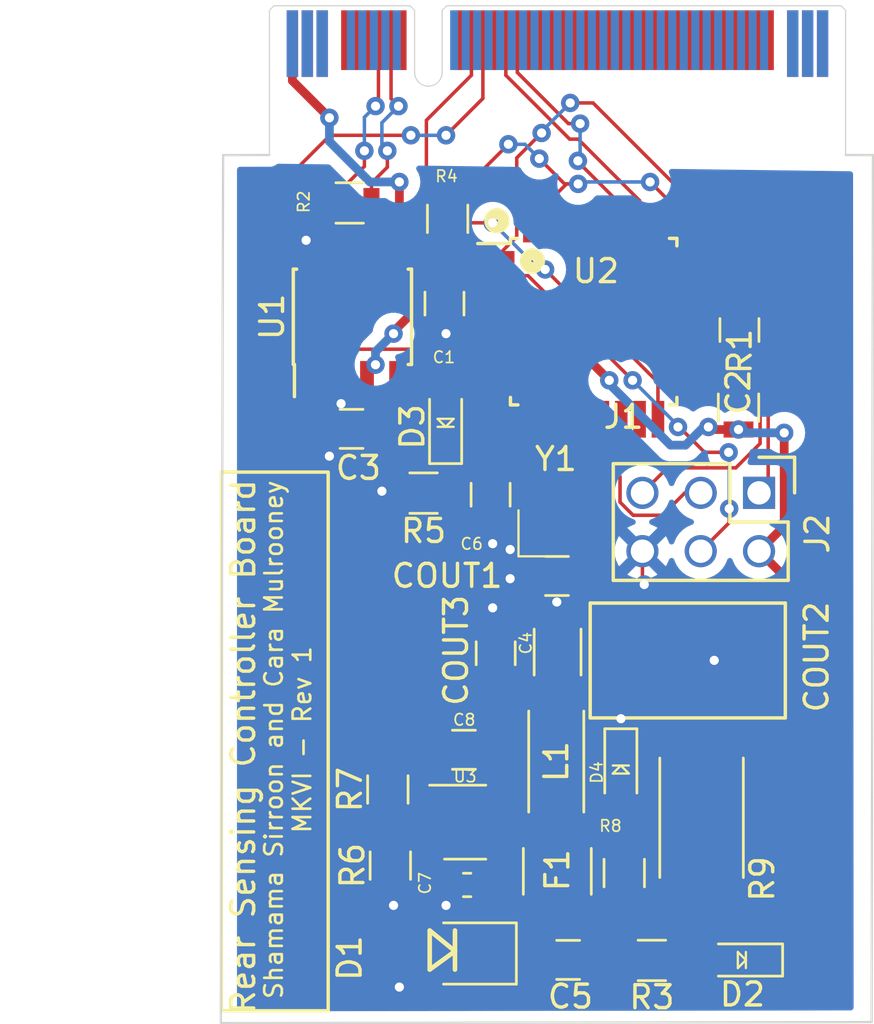
<source format=kicad_pcb>
(kicad_pcb (version 20211014) (generator pcbnew)
  (layers (0 "F.Cu" signal) (31 "B.Cu" signal) (34 "B.Paste" user) (35 "F.Paste" user) (36 "B.SilkS" user "B.Silkscreen") (37 "F.SilkS" user "F.Silkscreen") (38 "B.Mask" user) (39 "F.Mask" user) (44 "Edge.Cuts" user))
  (net 0 "")
  (net 1 "+5V")
  (net 2 "GND")
  (net 3 "Net-(COUT1-Pad1)")
  (net 4 "Net-(D2-Pad2)")
  (net 5 "Net-(D4-Pad2)")
  (net 6 "+BATT")
  (net 7 "/MISO")
  (net 8 "/SCK")
  (net 9 "/MOSI")
  (net 10 "/RESET")
  (net 11 "/CAN_+")
  (net 12 "/CAN_-")
  (net 13 "Net-(U2-Pad8)")
  (net 14 "/CAN_TX")
  (net 15 "/CAN_RX")
  (net 16 "Net-(R5-Pad1)")
  (net 17 "/ws2_Vout")
  (net 18 "/ws1_Vout")
  (net 19 "/lp1_Vout")
  (net 20 "/lp2_Vout")
  (net 25 "Net-(C2-Pad1)")
  (net 26 "Net-(C4-Pad1)")
  (net 27 "Net-(C5-Pad1)")
  (net 28 "Net-(C6-Pad1)")
  (net 29 "Net-(C8-Pad1)")
  (net 30 "Net-(C8-Pad2)")
  (net 92 "Net-(R6-Pad1)")
  (footprint "footprints:R_0805_OEM" (layer "F.Cu") (at 49.826 33.196 90)
    (fp_text reference "R1")
    (fp_text value "R_100" hide)
  )
  (footprint "footprints:R_0805_OEM" (layer "F.Cu") (at 36.106 36.914 180)
    (fp_text reference "R5")
    (fp_text value "R_100" hide)
  )
  (footprint "footprints:Crystal_SMD_FA238" (layer "F.Cu") (at 41.841 37.666 90)
    (fp_text reference "Y1")
    (fp_text value "Crystal_SMD" hide)
  )
  (footprint "footprints:Fuse_1812" (layer "F.Cu") (at 44.865011 44.201994)
    (fp_text reference "COUT2")
    (fp_text value "C_33uF" hide)
  )
  (footprint "footprints:C_1206_OEM" (layer "F.Cu") (at 41.944 43.836 90)
    (fp_text reference "COUT1")
    (fp_text value "C_22uF" hide)
  )
  (footprint "footprints:R_0805_OEM" (layer "F.Cu") (at 37.154 24.972 90)
    (fp_text reference "R4")
    (fp_text value "R_10K" hide)
  )
  (footprint "footprints:C_0805_OEM" (layer "F.Cu") (at 39.026 36.984 -90)
    (fp_text reference "C6")
    (fp_text value "C_30pF" hide)
  )
  (footprint "footprints:R_0805_OEM" (layer "F.Cu") (at 34.55 49.818 -90)
    (fp_text reference "R7")
    (fp_text value "R_100K" hide)
  )
  (footprint "footprints:C_0805_OEM" (layer "F.Cu") (at 39.248 43.886 90)
    (fp_text reference "COUT3")
    (fp_text value "C_47uF" hide)
  )
  (footprint "footprints:SOIC-8_3.9x4.9mm_Pitch1.27mm_OEM" (layer "F.Cu") (at 33.006 29.239 90)
    (fp_text reference "U1")
    (fp_text value "MCP2561-E_SN" hide)
  )
  (footprint "footprints:R_0805_OEM" (layer "F.Cu") (at 46.052 57.26)
    (fp_text reference "R3")
    (fp_text value "R_1K" hide)
  )
  (footprint "footprints:R_0805_OEM" (layer "F.Cu") (at 44.848 53.456 90)
    (fp_text reference "R8")
    (fp_text value "R_200" hide)
  )
  (footprint "footprints:Pin_Header_Straight_2x03" (layer "F.Cu") (at 50.72 36.903 -90)
    (fp_text reference "J2")
    (fp_text value "CONN_02X03" hide)
  )
  (footprint "footprints:LED_0805_OEM" (layer "F.Cu") (at 44.699 48.974 -90)
    (fp_text reference "D4")
    (fp_text value "LED_0805" hide)
  )
  (footprint "footprints:Fuse_1210" (layer "F.Cu") (at 41.932 53.382 90)
    (fp_text reference "F1")
    (fp_text value "F_500mA_16V" hide)
  )
  (footprint "footprints:C_0805_OEM" (layer "F.Cu") (at 32.966 34.118 180)
    (fp_text reference "C3")
    (fp_text value "C_0.1uF" hide)
  )
  (footprint "footprints:R_0805_OEM" (layer "F.Cu") (at 32.886 24.282)
    (fp_text reference "R2")
    (fp_text value "R_120_DNP" hide)
  )
  (footprint "footprints:LED_0805_OEM" (layer "F.Cu") (at 37.066 33.829 90)
    (fp_text reference "D3")
    (fp_text value "LED_0805" hide)
  )
  (footprint "footprints:LED_0805_OEM" (layer "F.Cu") (at 49.947 57.242 180)
    (fp_text reference "D2")
    (fp_text value "LED_0805" hide)
  )
  (footprint "footprints:C_0805_OEM" (layer "F.Cu") (at 37.864 48.088)
    (fp_text reference "C8")
    (fp_text value "C_0.1uF" hide)
  )
  (footprint "footprints:C_0805_OEM" (layer "F.Cu") (at 49.866 29.814 90)
    (fp_text reference "C2")
    (fp_text value "C_100pF" hide)
  )
  (footprint "footprints:L_100uH_OEM" (layer "F.Cu") (at 41.886 48.602 90)
    (fp_text reference "L1")
    (fp_text value "L_100uH" hide)
  )
  (footprint "footprints:SOT-23-6_OEM" (layer "F.Cu") (at 37.917 51.24)
    (fp_text reference "U3")
    (fp_text value "TPS560430YF" hide)
  )
  (footprint "footprints:DO-214AA" (layer "F.Cu") (at 36.9735 56.958 180)
    (fp_text reference "D1")
    (fp_text value "D_Zener_18V" hide)
  )
  (footprint "footprints:TQFP-32_7x7mm_Pitch0.8mm" (layer "F.Cu") (at 43.516 29.449)
    (fp_text reference "U2")
    (fp_text value "ATMEGA16M1" hide)
  )
  (footprint "footprints:C_0603_1608Metric" (layer "F.Cu") (at 38.003 53.974 180)
    (fp_text reference "C7")
    (fp_text value "C_2.2uF")
  )
  (footprint "footprints:R_2512_OEM" (layer "F.Cu") (at 48.216 51.048 90)
    (fp_text reference "R9")
    (fp_text value "R_0_2512" hide)
  )
  (footprint "footprints:C_0805_OEM" (layer "F.Cu") (at 41.916 40.522 180)
    (fp_text reference "C4")
    (fp_text value "C_30pF" hide)
  )
  (footprint "footprints:C_0805_OEM" (layer "F.Cu") (at 37.016 28.664 -90)
    (fp_text reference "C1")
    (fp_text value "C_0.1uF" hide)
  )
  (footprint "footprints:C_0805_OEM" (layer "F.Cu") (at 42.404 57.236)
    (fp_text reference "C5")
    (fp_text value "C_0.1uF" hide)
  )
  (footprint "footprints:Automotive_M.2_Edge_Connector" (layer "F.Cu") (at 41.94 15.696)
    (fp_text reference "J1")
    (fp_text value "Automotive_M.2_Edge_Connector" hide)
    (fp_line (start -5.025 2.9) (end -5.025 0.2) (layer "Edge.Cuts") (width 0.05))
    (fp_line (start -12.55 0.2) (end -12.55 6.5) (layer "Edge.Cuts") (width 0.05))
    (fp_line (start -4.825 0) (end 12.35 0) (layer "Edge.Cuts") (width 0.05))
    (fp_line (start 12.55 0.2) (end 12.55 6.5) (layer "Edge.Cuts") (width 0.05))
    (fp_line (start -5.025 0.2) (end -4.825 0) (layer "Edge.Cuts") (width 0.05))
    (fp_line (start -6.225 2.9) (end -6.225 0.2) (layer "Edge.Cuts") (width 0.05))
    (fp_line (start -12.55 0.2) (end -12.35 0) (layer "Edge.Cuts") (width 0.05))
    (fp_line (start 12.55 0.2) (end 12.35 0) (layer "Edge.Cuts") (width 0.05))
    (fp_line (start -12.35 0) (end -6.425 0) (layer "Edge.Cuts") (width 0.05))
    (fp_line (start -6.225 0.2) (end -6.425 0) (layer "Edge.Cuts") (width 0.05))
    (fp_arc (start -5.025 2.9) (mid -5.625 3.5) (end -6.225 2.9) (layer "Edge.Cuts") (width 0.05))
  )
  (footprint "footprints:R_0805_OEM" (layer "F.Cu") (at 34.658 53.13 -90)
    (fp_text reference "R6")
    (fp_text value "R_25K" hide)
  )
  (gr_rect (start 31.95 59.45) (end 27.3 36) (layer "F.SilkS") (width 0.15) (fill none))
  (gr_line (start 29.39 22.196) (end 27.374 22.2) (layer "Edge.Cuts") (width 0.1))
  (gr_line (start 55.626 59.944) (end 55.682 22.2) (layer "Edge.Cuts") (width 0.1))
  (gr_line (start 27.374 22.2) (end 27.274 59.986) (layer "Edge.Cuts") (width 0.1))
  (gr_line (start 27.274 59.986) (end 55.626 59.944) (layer "Edge.Cuts") (width 0.1))
  (gr_line (start 55.682 22.2) (end 54.49 22.196) (layer "Edge.Cuts") (width 0.1))
  (gr_text "Shamama Sirroon and Cara Mulrooney\nMKVI - Rev 1" (at 30.200015 47.650016 90) (layer "F.SilkS") (effects (font (size 0.769231 0.769231) (thickness 0.115385))))
  (gr_text "Rear Sensing Controller Board\n" (at 28.25 47.95 90) (layer "F.SilkS") (effects (font (size 1 1))))
  (segment (start 34.798 29.972) (end 34.798 29.882) (width 0.381) (layer "F.Cu") (net 1))
  (segment (start 38.210978 29.049) (end 39.266 29.049) (width 0.381) (layer "F.Cu") (net 1))
  (segment (start 48.216 54.148) (end 52.098011 50.265989) (width 0.381) (layer "F.Cu") (net 1))
  (segment (start 49.826 34.146) (end 50.126 34.146) (width 0.381) (layer "F.Cu") (net 1))
  (segment (start 48.624 34.146) (end 49.826 34.146) (width 0.381) (layer "F.Cu") (net 1))
  (segment (start 44.196 32.004) (end 41.241 29.049) (width 0.381) (layer "F.Cu") (net 1))
  (segment (start 37.016 27.664) (end 37.016 26.06) (width 0.381) (layer "F.Cu") (net 1))
  (segment (start 34.798 29.882) (end 37.016 27.664) (width 0.381) (layer "F.Cu") (net 1))
  (segment (start 37.016 26.06) (end 37.154 25.922) (width 0.381) (layer "F.Cu") (net 1))
  (segment (start 37.016 27.854022) (end 38.210978 29.049) (width 0.381) (layer "F.Cu") (net 1))
  (segment (start 48.514 34.036) (end 48.624 34.146) (width 0.381) (layer "F.Cu") (net 1))
  (segment (start 50.72 39.443) (end 51.816 38.347) (width 0.381) (layer "F.Cu") (net 1))
  (segment (start 36.123 25.922) (end 35.052 24.851) (width 0.381) (layer "F.Cu") (net 1))
  (segment (start 33.641 31.695198) (end 34.011498 31.3247) (width 0.381) (layer "F.Cu") (net 1))
  (segment (start 33.641 31.939) (end 33.641 33.793) (width 0.381) (layer "F.Cu") (net 1))
  (segment (start 37.154 25.922) (end 36.123 25.922) (width 0.381) (layer "F.Cu") (net 1))
  (segment (start 51.816 38.347) (end 51.816 34.29) (width 0.381) (layer "F.Cu") (net 1))
  (segment (start 52.098011 50.265989) (end 52.098011 40.821011) (width 0.381) (layer "F.Cu") (net 1))
  (segment (start 33.641 33.793) (end 33.966 34.118) (width 0.381) (layer "F.Cu") (net 1))
  (segment (start 41.241 29.049) (end 39.266 29.049) (width 0.381) (layer "F.Cu") (net 1))
  (segment (start 35.052 24.851) (end 35.052 23.368) (width 0.381) (layer "F.Cu") (net 1))
  (segment (start 32.004 20.574) (end 30.39 18.96) (width 0.381) (layer "F.Cu") (net 1))
  (segment (start 52.098011 40.821011) (end 50.72 39.443) (width 0.381) (layer "F.Cu") (net 1))
  (segment (start 30.39 18.96) (end 30.39 17.346) (width 0.381) (layer "F.Cu") (net 1))
  (segment (start 33.641 31.939) (end 33.641 31.695198) (width 0.381) (layer "F.Cu") (net 1))
  (via (at 44.196 32.004) (size 0.8) (drill 0.4) (layers "F.Cu" "B.Cu") (net 1))
  (via (at 51.816 34.29) (size 0.8) (drill 0.4) (layers "F.Cu" "B.Cu") (net 1))
  (via (at 48.514 34.036) (size 0.8) (drill 0.4) (layers "F.Cu" "B.Cu") (net 1))
  (via (at 34.011498 31.3247) (size 0.8) (drill 0.4) (layers "F.Cu" "B.Cu") (net 1))
  (via (at 49.826 34.146) (size 0.8) (drill 0.4) (layers "F.Cu" "B.Cu") (net 1))
  (via (at 35.052 23.368) (size 0.8) (drill 0.4) (layers "F.Cu" "B.Cu") (net 1))
  (via (at 34.798 29.972) (size 0.8) (drill 0.4) (layers "F.Cu" "B.Cu") (net 1))
  (via (at 32.004 20.574) (size 0.8) (drill 0.4) (layers "F.Cu" "B.Cu") (net 1))
  (segment (start 32.004 21.604945) (end 32.004 20.574) (width 0.381) (layer "B.Cu") (net 1))
  (segment (start 49.97 34.29) (end 49.826 34.146) (width 0.381) (layer "B.Cu") (net 1))
  (segment (start 48.514 34.036) (end 48.307747 34.036) (width 0.381) (layer "B.Cu") (net 1))
  (segment (start 34.798 29.972) (end 34.011498 30.758502) (width 0.381) (layer "B.Cu") (net 1))
  (segment (start 47.517736 34.826011) (end 46.863268 34.826011) (width 0.381) (layer "B.Cu") (net 1))
  (segment (start 35.052 23.368) (end 33.767055 23.368) (width 0.381) (layer "B.Cu") (net 1))
  (segment (start 33.767055 23.368) (end 32.004 21.604945) (width 0.381) (layer "B.Cu") (net 1))
  (segment (start 46.863268 34.826011) (end 44.196 32.158743) (width 0.381) (layer "B.Cu") (net 1))
  (segment (start 51.816 34.29) (end 49.97 34.29) (width 0.381) (layer "B.Cu") (net 1))
  (segment (start 48.307747 34.036) (end 47.517736 34.826011) (width 0.381) (layer "B.Cu") (net 1))
  (segment (start 34.011498 30.758502) (end 34.011498 31.3247) (width 0.381) (layer "B.Cu") (net 1))
  (segment (start 44.196 32.158743) (end 44.196 32.004) (width 0.381) (layer "B.Cu") (net 1))
  (segment (start 39.248 42.042) (end 39.116 41.91) (width 0.1524) (layer "F.Cu") (net 2))
  (segment (start 41.91 41.656) (end 41.944 41.69) (width 0.1524) (layer "F.Cu") (net 2))
  (segment (start 44.699 46.741) (end 44.704 46.736) (width 0.1524) (layer "F.Cu") (net 2))
  (segment (start 34.29 36.83) (end 34.374 36.914) (width 0.1524) (layer "F.Cu") (net 2))
  (segment (start 31.101 26.021) (end 30.988 25.908) (width 0.1524) (layer "F.Cu") (net 2))
  (segment (start 37.016 29.664) (end 37.016 29.904) (width 0.1524) (layer "F.Cu") (net 2))
  (segment (start 39.996 40.522) (end 40.916 40.522) (width 0.1524) (layer "F.Cu") (net 2))
  (segment (start 37.016 29.904) (end 37.084 29.972) (width 0.1524) (layer "F.Cu") (net 2))
  (segment (start 39.248 42.886) (end 39.248 42.042) (width 0.1524) (layer "F.Cu") (net 2))
  (segment (start 44.699 47.874) (end 44.699 46.741) (width 0.1524) (layer "F.Cu") (net 2))
  (segment (start 34.658 54.724) (end 34.798 54.864) (width 0.1524) (layer "F.Cu") (net 2))
  (segment (start 39.878 39.37) (end 40.482 38.766) (width 0.1524) (layer "F.Cu") (net 2))
  (segment (start 40.482 38.766) (end 41.041 38.766) (width 0.1524) (layer "F.Cu") (net 2))
  (segment (start 34.658 54.08) (end 34.658 54.724) (width 0.1524) (layer "F.Cu") (net 2))
  (segment (start 31.966 35.268) (end 31.966 34.118) (width 0.1524) (layer "F.Cu") (net 2))
  (segment (start 39.878 40.64) (end 39.996 40.522) (width 0.1524) (layer "F.Cu") (net 2))
  (segment (start 34.374 36.914) (end 35.156 36.914) (width 0.1524) (layer "F.Cu") (net 2))
  (segment (start 48.768 44.196) (end 50.139 44.196) (width 0.1524) (layer "F.Cu") (net 2))
  (segment (start 32.004 35.306) (end 31.966 35.268) (width 0.1524) (layer "F.Cu") (net 2))
  (segment (start 39.116 39.116) (end 39.026 39.026) (width 0.1524) (layer "F.Cu") (net 2))
  (segment (start 39.026 39.026) (end 39.026 37.984) (width 0.1524) (layer "F.Cu") (net 2))
  (segment (start 45.64 40.814) (end 45.64 39.443) (width 0.1524) (layer "F.Cu") (net 2))
  (segment (start 31.101 26.539) (end 31.101 26.021) (width 0.1524) (layer "F.Cu") (net 2))
  (segment (start 41.944 41.69) (end 41.944 42.336) (width 0.1524) (layer "F.Cu") (net 2))
  (segment (start 45.72 40.894) (end 45.64 40.814) (width 0.1524) (layer "F.Cu") (net 2))
  (segment (start 37.2155 53.974) (end 37.2155 54.7325) (width 0.1524) (layer "F.Cu") (net 2))
  (segment (start 32.371 32.879) (end 32.371 31.939) (width 0.1524) (layer "F.Cu") (net 2))
  (segment (start 50.139 44.196) (end 50.145 44.202) (width 0.1524) (layer "F.Cu") (net 2))
  (segment (start 37.2155 54.7325) (end 37.084 54.864) (width 0.1524) (layer "F.Cu") (net 2))
  (segment (start 34.9415 56.958) (end 34.9415 58.3095) (width 0.1524) (layer "F.Cu") (net 2))
  (segment (start 34.9415 58.3095) (end 35.052 58.42) (width 0.1524) (layer "F.Cu") (net 2))
  (segment (start 32.512 33.02) (end 32.371 32.879) (width 0.1524) (layer "F.Cu") (net 2))
  (via (at 41.91 41.656) (size 0.8) (drill 0.4) (layers "F.Cu" "B.Cu") (net 2))
  (via (at 45.72 40.894) (size 0.8) (drill 0.4) (layers "F.Cu" "B.Cu") (net 2))
  (via (at 34.29 36.83) (size 0.8) (drill 0.4) (layers "F.Cu" "B.Cu") (net 2))
  (via (at 44.704 46.736) (size 0.8) (drill 0.4) (layers "F.Cu" "B.Cu") (net 2))
  (via (at 39.878 39.37) (size 0.8) (drill 0.4) (layers "F.Cu" "B.Cu") (net 2))
  (via (at 30.988 25.908) (size 0.8) (drill 0.4) (layers "F.Cu" "B.Cu") (net 2))
  (via (at 48.768 44.196) (size 0.8) (drill 0.4) (layers "F.Cu" "B.Cu") (net 2))
  (via (at 35.052 58.42) (size 0.8) (drill 0.4) (layers "F.Cu" "B.Cu") (net 2))
  (via (at 37.084 54.864) (size 0.8) (drill 0.4) (layers "F.Cu" "B.Cu") (net 2))
  (via (at 39.116 39.116) (size 0.8) (drill 0.4) (layers "F.Cu" "B.Cu") (net 2))
  (via (at 32.512 33.02) (size 0.8) (drill 0.4) (layers "F.Cu" "B.Cu") (net 2))
  (via (at 39.878 40.64) (size 0.8) (drill 0.4) (layers "F.Cu" "B.Cu") (net 2))
  (via (at 32.004 35.306) (size 0.8) (drill 0.4) (layers "F.Cu" "B.Cu") (net 2))
  (via (at 34.798 54.864) (size 0.8) (drill 0.4) (layers "F.Cu" "B.Cu") (net 2))
  (via (at 39.116 41.91) (size 0.8) (drill 0.4) (layers "F.Cu" "B.Cu") (net 2))
  (via (at 37.084 29.972) (size 0.8) (drill 0.4) (layers "F.Cu" "B.Cu") (net 2))
  (segment (start 41.944 45.336) (end 41.944 46.944) (width 0.1524) (layer "F.Cu") (net 3))
  (segment (start 41.944 46.944) (end 41.886 47.002) (width 0.1524) (layer "F.Cu") (net 3))
  (segment (start 41.494 44.886) (end 41.944 45.336) (width 0.1524) (layer "F.Cu") (net 3))
  (segment (start 41.944 45.336) (end 43.731 45.336) (width 0.1524) (layer "F.Cu") (net 3))
  (segment (start 39.248 44.886) (end 41.494 44.886) (width 0.1524) (layer "F.Cu") (net 3))
  (segment (start 44.865 44.597) (end 48.216 47.948) (width 0.1524) (layer "F.Cu") (net 3))
  (segment (start 34.55 48.868) (end 38.532 44.886) (width 0.1524) (layer "F.Cu") (net 3))
  (segment (start 43.731 45.336) (end 44.865 44.202) (width 0.1524) (layer "F.Cu") (net 3))
  (segment (start 44.865 44.202) (end 44.865 44.597) (width 0.1524) (layer "F.Cu") (net 3))
  (segment (start 48.216 47.948) (end 48.216 51.038) (width 0.1524) (layer "F.Cu") (net 3))
  (segment (start 48.216 51.038) (end 44.848 54.406) (width 0.1524) (layer "F.Cu") (net 3))
  (segment (start 38.532 44.886) (end 39.248 44.886) (width 0.1524) (layer "F.Cu") (net 3))
  (segment (start 47.02 57.242) (end 47.002 57.26) (width 0.1524) (layer "F.Cu") (net 4))
  (segment (start 48.847 57.242) (end 47.02 57.242) (width 0.1524) (layer "F.Cu") (net 4))
  (segment (start 44.848 50.223) (end 44.699 50.074) (width 0.1524) (layer "F.Cu") (net 5))
  (segment (start 44.848 52.506) (end 44.848 50.223) (width 0.1524) (layer "F.Cu") (net 5))
  (segment (start 50.72 36.903) (end 51.118631 36.504369) (width 0.1524) (layer "F.Cu") (net 7))
  (segment (start 43.488112 19.926511) (end 42.494349 19.926511) (width 0.1524) (layer "F.Cu") (net 7))
  (segment (start 41.247996 21.236004) (end 40.165289 22.318711) (width 0.1524) (layer "F.Cu") (net 7))
  (segment (start 51.118631 27.55703) (end 43.488112 19.926511) (width 0.1524) (layer "F.Cu") (net 7))
  (segment (start 40.165289 25.749711) (end 39.266 26.649) (width 0.1524) (layer "F.Cu") (net 7))
  (segment (start 51.118631 36.504369) (end 51.118631 27.55703) (width 0.1524) (layer "F.Cu") (net 7))
  (segment (start 40.165289 22.318711) (end 40.165289 25.749711) (width 0.1524) (layer "F.Cu") (net 7))
  (via (at 42.494349 19.926511) (size 0.8) (drill 0.4) (layers "F.Cu" "B.Cu") (net 7))
  (via (at 41.247996 21.236004) (size 0.8) (drill 0.4) (layers "F.Cu" "B.Cu") (net 7))
  (segment (start 41.247996 21.172864) (end 42.494349 19.926511) (width 0.1524) (layer "B.Cu") (net 7))
  (segment (start 41.247996 21.236004) (end 41.247996 21.172864) (width 0.1524) (layer "B.Cu") (net 7))
  (segment (start 43.116 34.6514) (end 44.664289 36.199689) (width 0.1524) (layer "F.Cu") (net 8))
  (segment (start 44.664289 37.307154) (end 45.235846 37.878711) (width 0.1524) (layer "F.Cu") (net 8))
  (segment (start 44.664289 36.199689) (end 44.664289 37.307154) (width 0.1524) (layer "F.Cu") (net 8))
  (segment (start 45.235846 37.878711) (end 46.514711 37.878711) (width 0.1524) (layer "F.Cu") (net 8))
  (segment (start 43.116 33.699) (end 43.116 34.6514) (width 0.1524) (layer "F.Cu") (net 8))
  (segment (start 47.490422 36.903) (end 48.18 36.903) (width 0.1524) (layer "F.Cu") (net 8))
  (segment (start 46.514711 37.878711) (end 47.490422 36.903) (width 0.1524) (layer "F.Cu") (net 8))
  (segment (start 47.190502 34.036) (end 47.244 34.036) (width 0.1524) (layer "F.Cu") (net 9))
  (segment (start 49.420498 38.202502) (end 48.18 39.443) (width 0.1524) (layer "F.Cu") (net 9))
  (segment (start 48.3463 35.1383) (end 49.395918 35.1383) (width 0.1524) (layer "F.Cu") (net 9))
  (segment (start 39.266 27.449) (end 40.657 27.449) (width 0.1524) (layer "F.Cu") (net 9))
  (segment (start 40.657 27.449) (end 45.212 32.004) (width 0.1524) (layer "F.Cu") (net 9))
  (segment (start 47.244 34.036) (end 48.3463 35.1383) (width 0.1524) (layer "F.Cu") (net 9))
  (segment (start 49.420498 37.592) (end 49.420498 38.202502) (width 0.1524) (layer "F.Cu") (net 9))
  (via (at 49.395918 35.1383) (size 0.8) (drill 0.4) (layers "F.Cu" "B.Cu") (net 9))
  (via (at 47.190502 34.036) (size 0.8) (drill 0.4) (layers "F.Cu" "B.Cu") (net 9))
  (via (at 45.212 32.004) (size 0.8) (drill 0.4) (layers "F.Cu" "B.Cu") (net 9))
  (via (at 49.420498 37.592) (size 0.8) (drill 0.4) (layers "F.Cu" "B.Cu") (net 9))
  (segment (start 47.190502 33.982502) (end 45.212 32.004) (width 0.1524) (layer "B.Cu") (net 9))
  (segment (start 49.420498 35.16288) (end 49.420498 37.592) (width 0.1524) (layer "B.Cu") (net 9))
  (segment (start 47.190502 34.036) (end 47.190502 33.982502) (width 0.1524) (layer "B.Cu") (net 9))
  (segment (start 49.395918 35.1383) (end 49.420498 35.16288) (width 0.1524) (layer "B.Cu") (net 9))
  (segment (start 41.148 22.352) (end 42.249082 23.453082) (width 0.1524) (layer "F.Cu") (net 10))
  (segment (start 46.729 35.814) (end 45.64 36.903) (width 0.1524) (layer "F.Cu") (net 10))
  (segment (start 42.249082 23.453082) (end 42.840918 23.453082) (width 0.1524) (layer "F.Cu") (net 10))
  (segment (start 37.154 24.022) (end 37.506414 24.022) (width 0.1524) (layer "F.Cu") (net 10))
  (segment (start 41.516 24.27) (end 41.516 25.199) (width 0.1524) (layer "F.Cu") (net 10))
  (segment (start 42.332918 23.453082) (end 41.516 24.27) (width 0.1524) (layer "F.Cu") (net 10))
  (segment (start 49.709422 35.814) (end 46.729 35.814) (width 0.1524) (layer "F.Cu") (net 10))
  (segment (start 50.766711 28.160711) (end 50.766711 34.756711) (width 0.1524) (layer "F.Cu") (net 10))
  (segment (start 37.506414 24.022) (end 39.801613 21.726801) (width 0.1524) (layer "F.Cu") (net 10))
  (segment (start 42.840918 23.453082) (end 42.332918 23.453082) (width 0.1524) (layer "F.Cu") (net 10))
  (segment (start 41.516 25.199) (end 41.516 24.2466) (width 0.1524) (layer "F.Cu") (net 10))
  (segment (start 50.766711 34.756711) (end 49.709422 35.814) (width 0.1524) (layer "F.Cu") (net 10))
  (segment (start 45.974 23.368) (end 50.766711 28.160711) (width 0.1524) (layer "F.Cu") (net 10))
  (via (at 45.974 23.368) (size 0.8) (drill 0.4) (layers "F.Cu" "B.Cu") (net 10))
  (via (at 42.840918 23.453082) (size 0.8) (drill 0.4) (layers "F.Cu" "B.Cu") (net 10))
  (via (at 39.801613 21.726801) (size 0.8) (drill 0.4) (layers "F.Cu" "B.Cu") (net 10))
  (via (at 41.148 22.352) (size 0.8) (drill 0.4) (layers "F.Cu" "B.Cu") (net 10))
  (segment (start 45.974 23.368) (end 42.926 23.368) (width 0.1524) (layer "B.Cu") (net 10))
  (segment (start 42.926 23.368) (end 42.840918 23.453082) (width 0.1524) (layer "B.Cu") (net 10))
  (segment (start 40.522801 21.726801) (end 41.148 22.352) (width 0.1524) (layer "B.Cu") (net 10))
  (segment (start 39.801613 21.726801) (end 40.522801 21.726801) (width 0.1524) (layer "B.Cu") (net 10))
  (segment (start 34.19 17.196) (end 34.140711 17.245289) (width 0.1524) (layer "F.Cu") (net 11))
  (segment (start 31.936 26.104) (end 32.371 26.539) (width 0.1524) (layer "F.Cu") (net 11))
  (segment (start 31.936 24.282) (end 31.936 26.104) (width 0.1524) (layer "F.Cu") (net 11))
  (segment (start 34.140711 17.245289) (end 34.140711 19.939589) (width 0.1524) (layer "F.Cu") (net 11))
  (segment (start 33.528 22.0117) (end 33.528 22.69) (width 0.1524) (layer "F.Cu") (net 11))
  (segment (start 33.528 22.69) (end 31.936 24.282) (width 0.1524) (layer "F.Cu") (net 11))
  (segment (start 34.140711 19.939589) (end 34.0143 20.066) (width 0.1524) (layer "F.Cu") (net 11))
  (via (at 33.528 22.0117) (size 0.8) (drill 0.4) (layers "F.Cu" "B.Cu") (net 11))
  (via (at 34.0143 20.066) (size 0.8) (drill 0.4) (layers "F.Cu" "B.Cu") (net 11))
  (segment (start 33.528 20.5523) (end 34.0143 20.066) (width 0.1524) (layer "B.Cu") (net 11))
  (segment (start 33.528 22.0117) (end 33.528 20.5523) (width 0.1524) (layer "B.Cu") (net 11))
  (segment (start 34.69 19.743719) (end 35.013802 20.067521) (width 0.1524) (layer "F.Cu") (net 12))
  (segment (start 33.836 24.282) (end 33.836 26.344) (width 0.1524) (layer "F.Cu") (net 12))
  (segment (start 34.527503 22.725497) (end 33.836 23.417) (width 0.1524) (layer "F.Cu") (net 12))
  (segment (start 34.527503 22.0117) (end 34.527503 22.725497) (width 0.1524) (layer "F.Cu") (net 12))
  (segment (start 33.836 26.344) (end 33.641 26.539) (width 0.1524) (layer "F.Cu") (net 12))
  (segment (start 33.836 23.417) (end 33.836 24.282) (width 0.1524) (layer "F.Cu") (net 12))
  (segment (start 34.69 17.196) (end 34.69 19.743719) (width 0.1524) (layer "F.Cu") (net 12))
  (via (at 34.527503 22.0117) (size 0.8) (drill 0.4) (layers "F.Cu" "B.Cu") (net 12))
  (via (at 35.013802 20.067521) (size 0.8) (drill 0.4) (layers "F.Cu" "B.Cu") (net 12))
  (segment (start 34.29 20.791323) (end 35.013802 20.067521) (width 0.1524) (layer "B.Cu") (net 12))
  (segment (start 34.29 21.798613) (end 34.29 20.791323) (width 0.1524) (layer "B.Cu") (net 12))
  (segment (start 34.527503 22.0117) (end 34.503087 22.0117) (width 0.1524) (layer "B.Cu") (net 12))
  (segment (start 34.503087 22.0117) (end 34.29 21.798613) (width 0.1524) (layer "B.Cu") (net 12))
  (segment (start 38.786 32.729) (end 39.266 32.249) (width 0.1524) (layer "F.Cu") (net 13))
  (segment (start 37.066 32.729) (end 38.786 32.729) (width 0.1524) (layer "F.Cu") (net 13))
  (segment (start 31.101 31.939) (end 31.101 31.464) (width 0.1524) (layer "F.Cu") (net 14))
  (segment (start 31.916 30.649) (end 39.266 30.649) (width 0.1524) (layer "F.Cu") (net 14))
  (segment (start 31.101 31.464) (end 31.916 30.649) (width 0.1524) (layer "F.Cu") (net 14))
  (segment (start 35.401 31.449) (end 39.266 31.449) (width 0.1524) (layer "F.Cu") (net 15))
  (segment (start 34.911 31.939) (end 35.401 31.449) (width 0.1524) (layer "F.Cu") (net 15))
  (segment (start 37.066 36.904) (end 37.056 36.914) (width 0.1524) (layer "F.Cu") (net 16))
  (segment (start 37.066 34.929) (end 37.066 36.904) (width 0.1524) (layer "F.Cu") (net 16))
  (segment (start 37.941711 35.391867) (end 39.634578 33.699) (width 0.1524) (layer "F.Cu") (net 17))
  (segment (start 33.521711 37.839711) (end 37.598289 37.839711) (width 0.1524) (layer "F.Cu") (net 17))
  (segment (start 39.634578 33.699) (end 40.716 33.699) (width 0.1524) (layer "F.Cu") (net 17))
  (segment (start 37.941711 37.496289) (end 37.941711 35.391867) (width 0.1524) (layer "F.Cu") (net 17))
  (segment (start 30.312289 34.630289) (end 33.521711 37.839711) (width 0.1524) (layer "F.Cu") (net 17))
  (segment (start 35.552589 21.336) (end 32.032289 21.336) (width 0.1524) (layer "F.Cu") (net 17))
  (segment (start 38.69 17.196) (end 38.69 19.73) (width 0.1524) (layer "F.Cu") (net 17))
  (segment (start 37.598289 37.839711) (end 37.941711 37.496289) (width 0.1524) (layer "F.Cu") (net 17))
  (segment (start 30.312289 23.056) (end 30.312289 34.630289) (width 0.1524) (layer "F.Cu") (net 17))
  (segment (start 32.032289 21.336) (end 30.312289 23.056) (width 0.1524) (layer "F.Cu") (net 17))
  (segment (start 38.69 19.73) (end 37.084 21.336) (width 0.1524) (layer "F.Cu") (net 17))
  (via (at 35.552589 21.336) (size 0.8) (drill 0.4) (layers "F.Cu" "B.Cu") (net 17))
  (via (at 37.084 21.336) (size 0.8) (drill 0.4) (layers "F.Cu" "B.Cu") (net 17))
  (segment (start 37.084 21.336) (end 35.552589 21.336) (width 0.1524) (layer "B.Cu") (net 17))
  (segment (start 36.228289 24.647711) (end 36.228289 20.684133) (width 0.1524) (layer "F.Cu") (net 18))
  (segment (start 38.19 18.722422) (end 38.19 17.196) (width 0.1524) (layer "F.Cu") (net 18))
  (segment (start 36.228289 20.684133) (end 38.19 18.722422) (width 0.1524) (layer "F.Cu") (net 18))
  (segment (start 39.116 25.146) (end 36.726578 25.146) (width 0.1524) (layer "F.Cu") (net 18))
  (segment (start 36.726578 25.146) (end 36.228289 24.647711) (width 0.1524) (layer "F.Cu") (net 18))
  (segment (start 41.402 27.178) (end 46.316 32.092) (width 0.1524) (layer "F.Cu") (net 18))
  (segment (start 46.316 32.092) (end 46.316 33.699) (width 0.1524) (layer "F.Cu") (net 18))
  (via (at 41.402 27.178) (size 0.8) (drill 0.4) (layers "F.Cu" "B.Cu") (net 18))
  (via (at 39.116 25.146) (size 0.8) (drill 0.4) (layers "F.Cu" "B.Cu") (net 18))
  (segment (start 39.116 25.146) (end 41.148 27.178) (width 0.1524) (layer "B.Cu") (net 18))
  (segment (start 41.148 27.178) (end 41.402 27.178) (width 0.1524) (layer "B.Cu") (net 18))
  (segment (start 42.471289 21.503711) (end 39.69 18.722422) (width 0.1524) (layer "F.Cu") (net 19))
  (segment (start 45.516 24.18) (end 42.839711 21.503711) (width 0.1524) (layer "F.Cu") (net 19))
  (segment (start 39.69 18.722422) (end 39.69 17.196) (width 0.1524) (layer "F.Cu") (net 19))
  (segment (start 42.839711 21.503711) (end 42.471289 21.503711) (width 0.1524) (layer "F.Cu") (net 19))
  (segment (start 45.516 25.199) (end 45.516 24.18) (width 0.1524) (layer "F.Cu") (net 19))
  (segment (start 42.418 20.828) (end 42.926 20.828) (width 0.1524) (layer "F.Cu") (net 20))
  (segment (start 42.829207 22.448793) (end 42.829207 22.485785) (width 0.1524) (layer "F.Cu") (net 20))
  (segment (start 42.829207 22.485785) (end 44.716 24.372578) (width 0.1524) (layer "F.Cu") (net 20))
  (segment (start 40.19 18.6) (end 42.418 20.828) (width 0.1524) (layer "F.Cu") (net 20))
  (segment (start 44.716 24.372578) (end 44.716 25.199) (width 0.1524) (layer "F.Cu") (net 20))
  (segment (start 40.19 17.196) (end 40.19 18.6) (width 0.1524) (layer "F.Cu") (net 20))
  (via (at 42.829207 22.448793) (size 0.8) (drill 0.4) (layers "F.Cu" "B.Cu") (net 20))
  (via (at 42.926 20.828) (size 0.8) (drill 0.4) (layers "F.Cu" "B.Cu") (net 20))
  (segment (start 42.926 22.352) (end 42.926 20.828) (width 0.1524) (layer "B.Cu") (net 20))
  (segment (start 42.829207 22.448793) (end 42.926 22.352) (width 0.1524) (layer "B.Cu") (net 20))
  (segment (start 47.931 30.814) (end 47.766 30.649) (width 0.1524) (layer "F.Cu") (net 25))
  (segment (start 49.826 32.246) (end 49.826 30.854) (width 0.1524) (layer "F.Cu") (net 25))
  (segment (start 49.826 30.854) (end 49.866 30.814) (width 0.1524) (layer "F.Cu") (net 25))
  (segment (start 49.866 30.814) (end 47.931 30.814) (width 0.1524) (layer "F.Cu") (net 25))
  (segment (start 42.316 34.530578) (end 43.511555 35.726133) (width 0.1524) (layer "F.Cu") (net 26))
  (segment (start 42.916 39.041) (end 42.916 40.522) (width 0.1524) (layer "F.Cu") (net 26))
  (segment (start 42.316 33.699) (end 42.565289 33.948289) (width 0.1524) (layer "F.Cu") (net 26))
  (segment (start 43.516711 39.413289) (end 42.916 40.014) (width 0.1524) (layer "F.Cu") (net 26))
  (segment (start 42.316 33.699) (end 42.316 34.530578) (width 0.1524) (layer "F.Cu") (net 26))
  (segment (start 43.516711 35.726133) (end 43.516711 39.413289) (width 0.1524) (layer "F.Cu") (net 26))
  (segment (start 43.511555 35.726133) (end 43.516711 35.726133) (width 0.1524) (layer "F.Cu") (net 26))
  (segment (start 42.641 38.766) (end 42.916 39.041) (width 0.1524) (layer "F.Cu") (net 26))
  (segment (start 39.017 53.7475) (end 39.017 52.19) (width 0.1524) (layer "F.Cu") (net 27))
  (segment (start 44.177289 56.335289) (end 42.304711 56.335289) (width 0.1524) (layer "F.Cu") (net 27))
  (segment (start 45.102 57.26) (end 44.177289 56.335289) (width 0.1524) (layer "F.Cu") (net 27))
  (segment (start 39.017 52.19) (end 39.017 51.24) (width 0.1524) (layer "F.Cu") (net 27))
  (segment (start 41.932 56.708) (end 41.404 57.236) (width 0.1524) (layer "F.Cu") (net 27))
  (segment (start 39.0055 54.189) (end 38.7905 53.974) (width 0.1524) (layer "F.Cu") (net 27))
  (segment (start 42.304711 56.335289) (end 41.404 57.236) (width 0.1524) (layer "F.Cu") (net 27))
  (segment (start 39.0055 56.958) (end 41.126 56.958) (width 0.1524) (layer "F.Cu") (net 27))
  (segment (start 39.0055 56.958) (end 39.0055 54.189) (width 0.1524) (layer "F.Cu") (net 27))
  (segment (start 41.932 54.832) (end 41.932 56.708) (width 0.1524) (layer "F.Cu") (net 27))
  (segment (start 41.126 56.958) (end 41.404 57.236) (width 0.1524) (layer "F.Cu") (net 27))
  (segment (start 38.7905 53.974) (end 39.017 53.7475) (width 0.1524) (layer "F.Cu") (net 27))
  (segment (start 40.216 35.984) (end 39.026 35.984) (width 0.1524) (layer "F.Cu") (net 28))
  (segment (start 40.798 36.566) (end 40.216 35.984) (width 0.1524) (layer "F.Cu") (net 28))
  (segment (start 41.516 33.699) (end 41.516 34.684) (width 0.1524) (layer "F.Cu") (net 28))
  (segment (start 41.041 36.566) (end 40.798 36.566) (width 0.1524) (layer "F.Cu") (net 28))
  (segment (start 41.516 34.684) (end 40.216 35.984) (width 0.1524) (layer "F.Cu") (net 28))
  (segment (start 36.864 48.088) (end 36.864 50.243) (width 0.1524) (layer "F.Cu") (net 29))
  (segment (start 36.864 50.243) (end 36.817 50.29) (width 0.1524) (layer "F.Cu") (net 29))
  (segment (start 38.864 50.137) (end 39.017 50.29) (width 0.1524) (layer "F.Cu") (net 30))
  (segment (start 38.864 48.088) (end 38.864 50.137) (width 0.1524) (layer "F.Cu") (net 30))
  (segment (start 39.017 50.29) (end 41.798 50.29) (width 0.1524) (layer "F.Cu") (net 30))
  (segment (start 41.798 50.29) (end 41.886 50.202) (width 0.1524) (layer "F.Cu") (net 30))
  (segment (start 34.55 52.072) (end 34.658 52.18) (width 0.1524) (layer "F.Cu") (net 92))
  (segment (start 34.55 50.768) (end 34.55 52.072) (width 0.1524) (layer "F.Cu") (net 92))
  (segment (start 34.658 52.18) (end 36.807 52.18) (width 0.1524) (layer "F.Cu") (net 92))
  (segment (start 36.807 52.18) (end 36.817 52.19) (width 0.1524) (layer "F.Cu") (net 92))
  (zone (net 0) (net_name "") (layer "F.Cu") (connect_pads (clearance 0.508)) (min_thickness 0.254) (fill yes (thermal_gap 0.508) (thermal_bridge_width 0.508))
    (polygon (pts (xy 39.882 47.25) (xy 39.882 49.276) (xy 43 49.276) (xy 43.4 49.65) (xy 43.434 50.7) (xy 43.2 51.1) (xy 40.386 51.054) (xy 40.386 50.8) (xy 38.25 50.8) (xy 38.1 50.65) (xy 38.1 47.25) (xy 38.35 46.99) (xy 39.65 46.99)))
  )
  (zone (net 0) (net_name "") (layer "F.Cu") (connect_pads (clearance 0.508)) (min_thickness 0.254) (fill yes (thermal_gap 0.508) (thermal_bridge_width 0.508))
    (polygon (pts (xy 37.85 51.15) (xy 37.85 55.05) (xy 36.15 55.85) (xy 36.15 58.35) (xy 35.7 59) (xy 32.750482 59.04047) (xy 31.95 58.4) (xy 31.95 54.2) (xy 32.65 53.2) (xy 35.75 53.2) (xy 36.2 52.75) (xy 37.55 52.75) (xy 37.55 51.6) (xy 36.3 51.6) (xy 36.3 50.9) (xy 37.65 50.9)))
  )
  (zone (net 0) (net_name "") (layer "F.Cu") (connect_pads (clearance 0.508)) (min_thickness 0.254) (fill yes (thermal_gap 0.508) (thermal_bridge_width 0.508))
    (polygon (pts (xy 37.846 47.25) (xy 37.846 50.4) (xy 37.65 50.65) (xy 36.068 50.65) (xy 36.068 47.15) (xy 36.25 46.99) (xy 37.6 46.99)))
  )
  (zone (net 2) (net_name "GND") (layer "B.Cu") (connect_pads (clearance 0.508)) (min_thickness 0.254) (fill yes (thermal_gap 0.508) (thermal_bridge_width 0.508))
    (polygon (pts (xy 54.841008 59.677643) (xy 27.977133 59.694447) (xy 27.978 22.550043) (xy 54.816228 22.903893)))
  )
)
</source>
